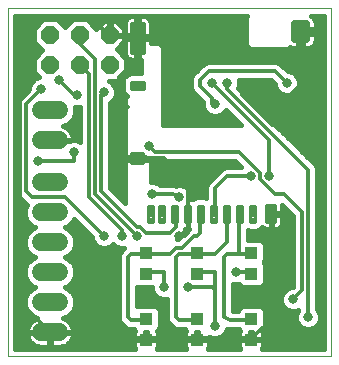
<source format=gbl>
G75*
%MOIN*%
%OFA0B0*%
%FSLAX24Y24*%
%IPPOS*%
%LPD*%
%AMOC8*
5,1,8,0,0,1.08239X$1,22.5*
%
%ADD10C,0.0000*%
%ADD11C,0.0600*%
%ADD12C,0.0154*%
%ADD13C,0.0189*%
%ADD14C,0.0094*%
%ADD15C,0.0142*%
%ADD16C,0.0110*%
%ADD17C,0.0118*%
%ADD18R,0.0425X0.0413*%
%ADD19OC8,0.0600*%
%ADD20C,0.0120*%
%ADD21C,0.0317*%
%ADD22C,0.0160*%
D10*
X000180Y000547D02*
X000180Y012143D01*
X010950Y012143D01*
X010950Y000547D01*
X000180Y000547D01*
D11*
X001280Y001347D02*
X001880Y001347D01*
X001880Y002347D02*
X001280Y002347D01*
X001280Y003347D02*
X001880Y003347D01*
X001880Y004347D02*
X001280Y004347D01*
X001280Y005347D02*
X001880Y005347D01*
X001880Y006347D02*
X001280Y006347D01*
X001280Y007747D02*
X001880Y007747D01*
X001880Y008747D02*
X001280Y008747D01*
D12*
X004322Y010692D02*
X004680Y010692D01*
X004322Y010692D02*
X004322Y011640D01*
X004680Y011640D01*
X004680Y010692D01*
X004680Y010845D02*
X004322Y010845D01*
X004322Y010998D02*
X004680Y010998D01*
X004680Y011151D02*
X004322Y011151D01*
X004322Y011304D02*
X004680Y011304D01*
X004680Y011457D02*
X004322Y011457D01*
X004322Y011610D02*
X004680Y011610D01*
D13*
X009713Y011093D02*
X010155Y011093D01*
X009713Y011093D02*
X009713Y011653D01*
X010155Y011653D01*
X010155Y011093D01*
X010155Y011281D02*
X009713Y011281D01*
X009713Y011469D02*
X010155Y011469D01*
D14*
X004710Y009472D02*
X004292Y009472D01*
X004292Y009692D01*
X004710Y009692D01*
X004710Y009472D01*
X004710Y009565D02*
X004292Y009565D01*
X004292Y009658D02*
X004710Y009658D01*
D15*
X004686Y006976D02*
X004316Y006976D01*
X004316Y007306D01*
X004686Y007306D01*
X004686Y006976D01*
X004686Y007117D02*
X004316Y007117D01*
X004316Y007258D02*
X004686Y007258D01*
D16*
X004851Y005030D02*
X005017Y005030D01*
X004851Y005030D02*
X004851Y005550D01*
X005017Y005550D01*
X005017Y005030D01*
X005017Y005139D02*
X004851Y005139D01*
X004851Y005248D02*
X005017Y005248D01*
X005017Y005357D02*
X004851Y005357D01*
X004851Y005466D02*
X005017Y005466D01*
X005225Y005030D02*
X005391Y005030D01*
X005225Y005030D02*
X005225Y005550D01*
X005391Y005550D01*
X005391Y005030D01*
X005391Y005139D02*
X005225Y005139D01*
X005225Y005248D02*
X005391Y005248D01*
X005391Y005357D02*
X005225Y005357D01*
X005225Y005466D02*
X005391Y005466D01*
X005658Y005030D02*
X005824Y005030D01*
X005658Y005030D02*
X005658Y005550D01*
X005824Y005550D01*
X005824Y005030D01*
X005824Y005139D02*
X005658Y005139D01*
X005658Y005248D02*
X005824Y005248D01*
X005824Y005357D02*
X005658Y005357D01*
X005658Y005466D02*
X005824Y005466D01*
X006091Y005030D02*
X006257Y005030D01*
X006091Y005030D02*
X006091Y005550D01*
X006257Y005550D01*
X006257Y005030D01*
X006257Y005139D02*
X006091Y005139D01*
X006091Y005248D02*
X006257Y005248D01*
X006257Y005357D02*
X006091Y005357D01*
X006091Y005466D02*
X006257Y005466D01*
X006525Y005030D02*
X006691Y005030D01*
X006525Y005030D02*
X006525Y005550D01*
X006691Y005550D01*
X006691Y005030D01*
X006691Y005139D02*
X006525Y005139D01*
X006525Y005248D02*
X006691Y005248D01*
X006691Y005357D02*
X006525Y005357D01*
X006525Y005466D02*
X006691Y005466D01*
X006958Y005030D02*
X007124Y005030D01*
X006958Y005030D02*
X006958Y005550D01*
X007124Y005550D01*
X007124Y005030D01*
X007124Y005139D02*
X006958Y005139D01*
X006958Y005248D02*
X007124Y005248D01*
X007124Y005357D02*
X006958Y005357D01*
X006958Y005466D02*
X007124Y005466D01*
X007391Y005030D02*
X007557Y005030D01*
X007391Y005030D02*
X007391Y005550D01*
X007557Y005550D01*
X007557Y005030D01*
X007557Y005139D02*
X007391Y005139D01*
X007391Y005248D02*
X007557Y005248D01*
X007557Y005357D02*
X007391Y005357D01*
X007391Y005466D02*
X007557Y005466D01*
X007824Y005030D02*
X007990Y005030D01*
X007824Y005030D02*
X007824Y005550D01*
X007990Y005550D01*
X007990Y005030D01*
X007990Y005139D02*
X007824Y005139D01*
X007824Y005248D02*
X007990Y005248D01*
X007990Y005357D02*
X007824Y005357D01*
X007824Y005466D02*
X007990Y005466D01*
X008257Y005030D02*
X008423Y005030D01*
X008257Y005030D02*
X008257Y005550D01*
X008423Y005550D01*
X008423Y005030D01*
X008423Y005139D02*
X008257Y005139D01*
X008257Y005248D02*
X008423Y005248D01*
X008423Y005357D02*
X008257Y005357D01*
X008257Y005466D02*
X008423Y005466D01*
D17*
X008812Y005034D02*
X009088Y005034D01*
X008812Y005034D02*
X008812Y005546D01*
X009088Y005546D01*
X009088Y005034D01*
X009088Y005151D02*
X008812Y005151D01*
X008812Y005268D02*
X009088Y005268D01*
X009088Y005385D02*
X008812Y005385D01*
X008812Y005502D02*
X009088Y005502D01*
D18*
X008280Y003992D03*
X008280Y003303D03*
X008280Y001792D03*
X008280Y001103D03*
X006480Y001103D03*
X006480Y001792D03*
X006480Y003303D03*
X006480Y003992D03*
X004780Y003992D03*
X004780Y003303D03*
X004780Y001792D03*
X004780Y001103D03*
D19*
X003580Y010247D03*
X003580Y011247D03*
X002580Y011247D03*
X002580Y010247D03*
X001580Y010247D03*
X001580Y011247D03*
D20*
X001280Y011747D02*
X002980Y011747D01*
X003580Y011247D01*
X004480Y011247D01*
X004501Y011166D01*
X004480Y011147D01*
X004480Y010447D01*
X003880Y009847D01*
X003880Y009147D01*
X004180Y008847D01*
X003980Y008847D01*
X003980Y007247D01*
X004080Y007147D01*
X004480Y007147D01*
X004501Y007141D01*
X004580Y007147D01*
X005380Y007147D01*
X005880Y006647D01*
X006080Y006847D01*
X005880Y006647D02*
X006180Y006347D01*
X006180Y005347D01*
X006174Y005290D01*
X006180Y005247D01*
X006180Y004647D01*
X006080Y004547D01*
X005880Y004547D01*
X005580Y004647D02*
X005780Y004847D01*
X005780Y005247D01*
X005741Y005290D01*
X005880Y005847D02*
X005680Y005947D01*
X004980Y005947D01*
X004580Y004847D02*
X004480Y004847D01*
X003280Y006047D01*
X003280Y009247D01*
X003380Y009347D01*
X002880Y009947D02*
X002580Y010247D01*
X002880Y009947D02*
X002880Y005847D01*
X003980Y004747D01*
X003980Y004547D01*
X004280Y003947D02*
X004180Y003847D01*
X004180Y001847D01*
X004280Y001747D01*
X004780Y001747D01*
X004780Y001792D01*
X004780Y001147D02*
X004780Y001103D01*
X004780Y001147D02*
X003880Y001147D01*
X003680Y001347D01*
X001580Y001347D01*
X000580Y002347D01*
X000580Y009047D01*
X000880Y009347D01*
X000880Y011247D01*
X001280Y011747D01*
X002580Y011247D02*
X002580Y010947D01*
X003080Y010447D01*
X003080Y005947D01*
X004480Y004547D01*
X004580Y004847D02*
X004780Y004647D01*
X005580Y004647D01*
X005780Y004147D02*
X005580Y003947D01*
X004780Y003947D01*
X004780Y003992D01*
X004780Y003947D02*
X004280Y003947D01*
X004780Y003347D02*
X004780Y003303D01*
X004780Y003347D02*
X005380Y003347D01*
X005380Y002847D01*
X005780Y001847D02*
X005880Y001747D01*
X006480Y001747D01*
X006480Y001792D01*
X006480Y001147D02*
X006480Y001103D01*
X006480Y001147D02*
X008280Y001147D01*
X008280Y001103D01*
X008280Y001147D02*
X008980Y001747D01*
X008980Y003647D01*
X009280Y003647D01*
X008980Y003647D02*
X008980Y005247D01*
X008950Y005290D01*
X009080Y005947D02*
X009380Y005947D01*
X009980Y005347D01*
X009980Y002747D01*
X009680Y002447D01*
X010180Y001847D02*
X010180Y006747D01*
X007480Y009447D01*
X007480Y009647D01*
X007980Y009647D02*
X007980Y009247D01*
X008780Y008447D01*
X008980Y008247D01*
X010180Y008247D01*
X008780Y008447D02*
X009980Y009647D01*
X009980Y011347D01*
X009934Y011373D01*
X009080Y010047D02*
X009480Y009647D01*
X009080Y010047D02*
X006880Y010047D01*
X006580Y009747D01*
X006580Y009547D01*
X006980Y009147D01*
X006980Y008947D01*
X007080Y008947D01*
X006980Y009647D02*
X008880Y007747D01*
X008880Y006547D01*
X008580Y006447D02*
X009080Y005947D01*
X008580Y006447D02*
X008580Y006647D01*
X007880Y007347D01*
X005080Y007347D01*
X004880Y007547D01*
X006608Y005290D02*
X006580Y005247D01*
X006580Y004647D01*
X006480Y004547D01*
X006380Y004547D01*
X005980Y004147D01*
X005780Y004147D01*
X005880Y003947D02*
X005780Y003847D01*
X005780Y001847D01*
X006180Y002847D02*
X006980Y002847D01*
X007080Y002747D01*
X007080Y003347D01*
X006480Y003347D01*
X006480Y003303D01*
X006480Y003947D02*
X006480Y003992D01*
X006480Y003947D02*
X005880Y003947D01*
X006480Y003947D02*
X007080Y003947D01*
X007480Y004347D01*
X007480Y005247D01*
X007474Y005290D01*
X007080Y005347D02*
X007041Y005290D01*
X007080Y005347D02*
X007080Y006147D01*
X007480Y006547D01*
X008280Y006547D01*
X007907Y005290D02*
X007880Y005247D01*
X007880Y003947D01*
X007480Y003947D01*
X007380Y003847D01*
X007380Y001847D01*
X007580Y001747D01*
X008280Y001747D01*
X008280Y001792D01*
X008280Y003303D02*
X008280Y003347D01*
X007780Y003347D01*
X007880Y003947D02*
X008280Y003947D01*
X008280Y003992D01*
X007080Y002747D02*
X007080Y001547D01*
X006480Y001147D02*
X004780Y001147D01*
X003380Y004547D02*
X002080Y005847D01*
X000980Y005847D01*
X000780Y006047D01*
X000780Y008947D01*
X001280Y009447D01*
X001880Y009747D02*
X002380Y009247D01*
X002480Y009247D01*
X002380Y007347D02*
X002380Y007047D01*
X001180Y007047D01*
D21*
X001180Y007047D03*
X002380Y007347D03*
X002480Y009247D03*
X001880Y009747D03*
X001280Y009447D03*
X003380Y009347D03*
X003980Y008847D03*
X004880Y007547D03*
X006080Y006847D03*
X005880Y005847D03*
X004980Y005947D03*
X004480Y004547D03*
X003980Y004547D03*
X003380Y004547D03*
X005380Y002847D03*
X006180Y002847D03*
X007080Y001547D03*
X007780Y003347D03*
X009280Y003647D03*
X009680Y002447D03*
X010180Y001847D03*
X008880Y006547D03*
X008280Y006547D03*
X007080Y008947D03*
X006980Y009647D03*
X007480Y009647D03*
X007980Y009647D03*
X009480Y009647D03*
X010180Y008247D03*
X005880Y004547D03*
D22*
X005867Y004510D02*
X005918Y004510D01*
X005856Y004447D02*
X005804Y004447D01*
X005834Y004477D01*
X006034Y004677D01*
X006080Y004787D01*
X006080Y004795D01*
X006174Y004795D01*
X006174Y005290D01*
X006174Y005290D01*
X006174Y004795D01*
X006204Y004795D01*
X005856Y004447D01*
X006025Y004668D02*
X006077Y004668D01*
X006174Y004827D02*
X006174Y004827D01*
X006174Y004985D02*
X006174Y004985D01*
X006174Y005144D02*
X006174Y005144D01*
X006331Y005774D02*
X006326Y005776D01*
X006280Y005785D01*
X006278Y005785D01*
X006278Y005926D01*
X006218Y006073D01*
X006106Y006185D01*
X005959Y006245D01*
X005801Y006245D01*
X005775Y006235D01*
X005761Y006242D01*
X005750Y006243D01*
X005740Y006247D01*
X005691Y006247D01*
X005642Y006250D01*
X005631Y006247D01*
X005243Y006247D01*
X005206Y006285D01*
X005059Y006345D01*
X004958Y006345D01*
X004958Y006893D01*
X004936Y006945D01*
X004937Y006951D01*
X004937Y007081D01*
X005020Y007047D01*
X007756Y007047D01*
X007956Y006847D01*
X007420Y006847D01*
X007310Y006801D01*
X006910Y006401D01*
X006826Y006317D01*
X006780Y006207D01*
X006780Y005832D01*
X006749Y005845D01*
X006466Y005845D01*
X006358Y005800D01*
X006331Y005774D01*
X006335Y005778D02*
X006319Y005778D01*
X006274Y005936D02*
X006780Y005936D01*
X006780Y006095D02*
X006196Y006095D01*
X006799Y006253D02*
X005237Y006253D01*
X004958Y006412D02*
X006920Y006412D01*
X007079Y006570D02*
X004958Y006570D01*
X004958Y006729D02*
X007237Y006729D01*
X007757Y007046D02*
X004937Y007046D01*
X004900Y007103D02*
X004539Y007103D01*
X004539Y007179D01*
X004728Y007179D01*
X004801Y007149D01*
X004854Y007149D01*
X004900Y007103D01*
X004958Y006887D02*
X007916Y006887D01*
X007956Y008247D02*
X005351Y008247D01*
X005351Y010811D01*
X005315Y010899D01*
X005247Y010966D01*
X005159Y011003D01*
X004937Y011003D01*
X004937Y011118D01*
X004549Y011118D01*
X004549Y010435D01*
X004596Y010435D01*
X004596Y009979D01*
X004235Y009979D01*
X004130Y009935D01*
X004049Y009855D01*
X004005Y009749D01*
X004005Y009414D01*
X004049Y009309D01*
X004130Y009228D01*
X004139Y009224D01*
X004121Y009206D01*
X004084Y009118D01*
X004084Y007401D01*
X004075Y007379D01*
X004065Y007331D01*
X004065Y007179D01*
X004463Y007179D01*
X004463Y007103D01*
X004065Y007103D01*
X004065Y006951D01*
X004075Y006902D01*
X004084Y006880D01*
X004084Y005667D01*
X003580Y006171D01*
X003580Y008999D01*
X003606Y009009D01*
X003718Y009121D01*
X003778Y009268D01*
X003778Y009426D01*
X003718Y009573D01*
X003606Y009685D01*
X003552Y009707D01*
X003804Y009707D01*
X004120Y010023D01*
X004120Y010471D01*
X003804Y010787D01*
X003799Y010787D01*
X004060Y011048D01*
X004060Y011227D01*
X003600Y011227D01*
X003600Y011267D01*
X004060Y011267D01*
X004060Y011446D01*
X003779Y011727D01*
X003600Y011727D01*
X003600Y011267D01*
X003560Y011267D01*
X003560Y011727D01*
X003381Y011727D01*
X003120Y011466D01*
X003120Y011471D01*
X002804Y011787D01*
X002356Y011787D01*
X002080Y011511D01*
X001804Y011787D01*
X001356Y011787D01*
X001040Y011471D01*
X001040Y011023D01*
X001316Y010747D01*
X001040Y010471D01*
X001040Y010023D01*
X001218Y009845D01*
X001201Y009845D01*
X001054Y009785D01*
X000942Y009673D01*
X000882Y009526D01*
X000882Y009473D01*
X000526Y009117D01*
X000480Y009007D01*
X000480Y005987D01*
X000526Y005877D01*
X000610Y005793D01*
X000801Y005602D01*
X000740Y005454D01*
X000740Y005240D01*
X000822Y005041D01*
X000974Y004889D01*
X001076Y004847D01*
X000974Y004805D01*
X000822Y004653D01*
X000740Y004454D01*
X000740Y004240D01*
X000822Y004041D01*
X000974Y003889D01*
X001076Y003847D01*
X000974Y003805D01*
X000822Y003653D01*
X000740Y003454D01*
X000740Y003240D01*
X000822Y003041D01*
X000974Y002889D01*
X001076Y002847D01*
X000974Y002805D01*
X000822Y002653D01*
X000740Y002454D01*
X000740Y002240D01*
X000822Y002041D01*
X000974Y001889D01*
X001159Y001813D01*
X001096Y001792D01*
X001028Y001758D01*
X000967Y001713D01*
X000914Y001660D01*
X000869Y001599D01*
X000835Y001531D01*
X000812Y001459D01*
X000800Y001385D01*
X000800Y001367D01*
X001560Y001367D01*
X001560Y001327D01*
X001600Y001327D01*
X001600Y000867D01*
X001918Y000867D01*
X001992Y000879D01*
X002064Y000902D01*
X002132Y000936D01*
X002193Y000981D01*
X002246Y001034D01*
X002291Y001095D01*
X002325Y001163D01*
X002348Y001235D01*
X002360Y001309D01*
X002360Y001327D01*
X001600Y001327D01*
X001600Y001367D01*
X002360Y001367D01*
X002360Y001385D01*
X002348Y001459D01*
X002325Y001531D01*
X002291Y001599D01*
X002246Y001660D01*
X002193Y001713D01*
X002132Y001758D01*
X002064Y001792D01*
X002001Y001813D01*
X002186Y001889D01*
X002338Y002041D01*
X002420Y002240D01*
X002420Y002454D01*
X002338Y002653D01*
X002186Y002805D01*
X002084Y002847D01*
X002186Y002889D01*
X002338Y003041D01*
X002420Y003240D01*
X002420Y003454D01*
X002338Y003653D01*
X002186Y003805D01*
X002084Y003847D01*
X002186Y003889D01*
X002338Y004041D01*
X002420Y004240D01*
X002420Y004454D01*
X002338Y004653D01*
X002186Y004805D01*
X002084Y004847D01*
X002186Y004889D01*
X002338Y005041D01*
X002374Y005129D01*
X002982Y004521D01*
X002982Y004468D01*
X003042Y004321D01*
X003154Y004209D01*
X003301Y004149D01*
X003459Y004149D01*
X003606Y004209D01*
X003680Y004284D01*
X003754Y004209D01*
X003901Y004149D01*
X004057Y004149D01*
X004026Y004117D01*
X003926Y004017D01*
X003880Y003907D01*
X003880Y001787D01*
X003926Y001677D01*
X004010Y001593D01*
X004110Y001493D01*
X004220Y001447D01*
X004366Y001447D01*
X004412Y001401D01*
X004400Y001379D01*
X004387Y001333D01*
X004387Y001126D01*
X004757Y001126D01*
X004757Y001345D01*
X004803Y001345D01*
X004803Y001126D01*
X004757Y001126D01*
X004757Y001079D01*
X004387Y001079D01*
X004387Y000872D01*
X004400Y000826D01*
X004422Y000787D01*
X000420Y000787D01*
X000420Y011903D01*
X008156Y011903D01*
X008136Y011883D01*
X008100Y011795D01*
X008100Y010971D01*
X008136Y010883D01*
X008204Y010815D01*
X008292Y010779D01*
X009451Y010779D01*
X009539Y010815D01*
X009578Y010854D01*
X009584Y010850D01*
X009634Y010830D01*
X009687Y010819D01*
X009857Y010819D01*
X009857Y011296D01*
X010012Y011296D01*
X010012Y011450D01*
X010429Y011450D01*
X010429Y011680D01*
X010419Y011733D01*
X010398Y011783D01*
X010368Y011828D01*
X010330Y011866D01*
X010285Y011896D01*
X010267Y011903D01*
X010710Y011903D01*
X010710Y000787D01*
X008638Y000787D01*
X008660Y000826D01*
X008673Y000872D01*
X008673Y001079D01*
X008303Y001079D01*
X008303Y001126D01*
X008257Y001126D01*
X008257Y001345D01*
X008303Y001345D01*
X008303Y001126D01*
X008673Y001126D01*
X008673Y001333D01*
X008660Y001379D01*
X008648Y001401D01*
X008696Y001449D01*
X008733Y001537D01*
X008733Y002046D01*
X008696Y002134D01*
X008629Y002202D01*
X008540Y002238D01*
X008020Y002238D01*
X007931Y002202D01*
X007864Y002134D01*
X007828Y002047D01*
X007680Y002047D01*
X007680Y002957D01*
X007701Y002949D01*
X007859Y002949D01*
X007871Y002953D01*
X007931Y002892D01*
X008020Y002856D01*
X008540Y002856D01*
X008629Y002892D01*
X008696Y002960D01*
X008733Y003048D01*
X008733Y003557D01*
X008696Y003645D01*
X008694Y003647D01*
X008696Y003649D01*
X008733Y003737D01*
X008733Y004246D01*
X008696Y004334D01*
X008629Y004402D01*
X008540Y004438D01*
X008180Y004438D01*
X008180Y004743D01*
X008198Y004735D01*
X008481Y004735D01*
X008590Y004780D01*
X008659Y004850D01*
X008660Y004849D01*
X008699Y004823D01*
X008743Y004805D01*
X008789Y004795D01*
X008932Y004795D01*
X008932Y005272D01*
X008969Y005272D01*
X008969Y005309D01*
X009327Y005309D01*
X009327Y005570D01*
X009325Y005577D01*
X009680Y005223D01*
X009680Y002871D01*
X009654Y002845D01*
X009601Y002845D01*
X009454Y002785D01*
X009342Y002673D01*
X009282Y002526D01*
X009282Y002368D01*
X009342Y002221D01*
X009454Y002109D01*
X009601Y002049D01*
X009759Y002049D01*
X009860Y002090D01*
X009842Y002073D01*
X009782Y001926D01*
X009782Y001768D01*
X009842Y001621D01*
X009954Y001509D01*
X010101Y001449D01*
X010259Y001449D01*
X010406Y001509D01*
X010518Y001621D01*
X010578Y001768D01*
X010578Y001926D01*
X010518Y002073D01*
X010480Y002110D01*
X010480Y006807D01*
X010434Y006917D01*
X007851Y009501D01*
X007878Y009568D01*
X007878Y009726D01*
X007870Y009747D01*
X008956Y009747D01*
X009082Y009621D01*
X009082Y009568D01*
X009142Y009421D01*
X009254Y009309D01*
X009401Y009249D01*
X009559Y009249D01*
X009706Y009309D01*
X009818Y009421D01*
X009878Y009568D01*
X009878Y009726D01*
X009818Y009873D01*
X009706Y009985D01*
X009559Y010045D01*
X009506Y010045D01*
X009250Y010301D01*
X009140Y010347D01*
X006820Y010347D01*
X006710Y010301D01*
X006626Y010217D01*
X006326Y009917D01*
X006280Y009807D01*
X006280Y009487D01*
X006326Y009377D01*
X006680Y009023D01*
X006680Y008887D01*
X006682Y008884D01*
X006682Y008868D01*
X006742Y008721D01*
X006854Y008609D01*
X007001Y008549D01*
X007159Y008549D01*
X007306Y008609D01*
X007418Y008721D01*
X007436Y008766D01*
X007956Y008247D01*
X007889Y008314D02*
X005351Y008314D01*
X005351Y008472D02*
X007731Y008472D01*
X007572Y008631D02*
X007327Y008631D01*
X006833Y008631D02*
X005351Y008631D01*
X005351Y008789D02*
X006714Y008789D01*
X006680Y008948D02*
X005351Y008948D01*
X005351Y009106D02*
X006597Y009106D01*
X006438Y009265D02*
X005351Y009265D01*
X005351Y009423D02*
X006307Y009423D01*
X006280Y009582D02*
X005351Y009582D01*
X005351Y009740D02*
X006280Y009740D01*
X006318Y009899D02*
X005351Y009899D01*
X005351Y010057D02*
X006466Y010057D01*
X006624Y010216D02*
X005351Y010216D01*
X005351Y010374D02*
X010710Y010374D01*
X010710Y010216D02*
X009336Y010216D01*
X009494Y010057D02*
X010710Y010057D01*
X010710Y009899D02*
X009792Y009899D01*
X009873Y009740D02*
X010710Y009740D01*
X010710Y009582D02*
X009878Y009582D01*
X009818Y009423D02*
X010710Y009423D01*
X010710Y009265D02*
X009598Y009265D01*
X009362Y009265D02*
X008087Y009265D01*
X007928Y009423D02*
X009142Y009423D01*
X009082Y009582D02*
X007878Y009582D01*
X007873Y009740D02*
X008963Y009740D01*
X008404Y008948D02*
X010710Y008948D01*
X010710Y009106D02*
X008245Y009106D01*
X008562Y008789D02*
X010710Y008789D01*
X010710Y008631D02*
X008721Y008631D01*
X008879Y008472D02*
X010710Y008472D01*
X010710Y008314D02*
X009038Y008314D01*
X009196Y008155D02*
X010710Y008155D01*
X010710Y007997D02*
X009355Y007997D01*
X009513Y007838D02*
X010710Y007838D01*
X010710Y007680D02*
X009672Y007680D01*
X009830Y007521D02*
X010710Y007521D01*
X010710Y007363D02*
X009989Y007363D01*
X010147Y007204D02*
X010710Y007204D01*
X010710Y007046D02*
X010306Y007046D01*
X010447Y006887D02*
X010710Y006887D01*
X010710Y006729D02*
X010480Y006729D01*
X010480Y006570D02*
X010710Y006570D01*
X010710Y006412D02*
X010480Y006412D01*
X010480Y006253D02*
X010710Y006253D01*
X010710Y006095D02*
X010480Y006095D01*
X010480Y005936D02*
X010710Y005936D01*
X010710Y005778D02*
X010480Y005778D01*
X010480Y005619D02*
X010710Y005619D01*
X010710Y005461D02*
X010480Y005461D01*
X010480Y005302D02*
X010710Y005302D01*
X010710Y005144D02*
X010480Y005144D01*
X010480Y004985D02*
X010710Y004985D01*
X010710Y004827D02*
X010480Y004827D01*
X010480Y004668D02*
X010710Y004668D01*
X010710Y004510D02*
X010480Y004510D01*
X010480Y004351D02*
X010710Y004351D01*
X010710Y004193D02*
X010480Y004193D01*
X010480Y004034D02*
X010710Y004034D01*
X010710Y003876D02*
X010480Y003876D01*
X010480Y003717D02*
X010710Y003717D01*
X010710Y003559D02*
X010480Y003559D01*
X010480Y003400D02*
X010710Y003400D01*
X010710Y003242D02*
X010480Y003242D01*
X010480Y003083D02*
X010710Y003083D01*
X010710Y002925D02*
X010480Y002925D01*
X010480Y002766D02*
X010710Y002766D01*
X010710Y002608D02*
X010480Y002608D01*
X010480Y002449D02*
X010710Y002449D01*
X010710Y002291D02*
X010480Y002291D01*
X010480Y002132D02*
X010710Y002132D01*
X010710Y001974D02*
X010559Y001974D01*
X010578Y001815D02*
X010710Y001815D01*
X010710Y001657D02*
X010532Y001657D01*
X010379Y001498D02*
X010710Y001498D01*
X010710Y001340D02*
X008671Y001340D01*
X008673Y001181D02*
X010710Y001181D01*
X010710Y001023D02*
X008673Y001023D01*
X008670Y000864D02*
X010710Y000864D01*
X009981Y001498D02*
X008716Y001498D01*
X008733Y001657D02*
X009828Y001657D01*
X009782Y001815D02*
X008733Y001815D01*
X008733Y001974D02*
X009801Y001974D01*
X009432Y002132D02*
X008697Y002132D01*
X008303Y001340D02*
X008257Y001340D01*
X008257Y001181D02*
X008303Y001181D01*
X008257Y001126D02*
X008257Y001079D01*
X007887Y001079D01*
X007887Y000872D01*
X007900Y000826D01*
X007922Y000787D01*
X006838Y000787D01*
X006860Y000826D01*
X006873Y000872D01*
X006873Y001079D01*
X006503Y001079D01*
X006503Y001126D01*
X006457Y001126D01*
X006457Y001345D01*
X006503Y001345D01*
X006503Y001126D01*
X006873Y001126D01*
X006873Y001202D01*
X007001Y001149D01*
X007159Y001149D01*
X007306Y001209D01*
X007418Y001321D01*
X007477Y001463D01*
X007499Y001452D01*
X007510Y001451D01*
X007520Y001447D01*
X007569Y001447D01*
X007618Y001444D01*
X007629Y001447D01*
X007866Y001447D01*
X007912Y001401D01*
X007900Y001379D01*
X007887Y001333D01*
X007887Y001126D01*
X008257Y001126D01*
X007887Y001181D02*
X007238Y001181D01*
X007425Y001340D02*
X007889Y001340D01*
X007887Y001023D02*
X006873Y001023D01*
X006873Y001181D02*
X006922Y001181D01*
X006870Y000864D02*
X007890Y000864D01*
X007863Y002132D02*
X007680Y002132D01*
X007680Y002291D02*
X009314Y002291D01*
X009282Y002449D02*
X007680Y002449D01*
X007680Y002608D02*
X009315Y002608D01*
X009436Y002766D02*
X007680Y002766D01*
X007680Y002925D02*
X007899Y002925D01*
X008661Y002925D02*
X009680Y002925D01*
X009680Y003083D02*
X008733Y003083D01*
X008733Y003242D02*
X009680Y003242D01*
X009680Y003400D02*
X008733Y003400D01*
X008732Y003559D02*
X009680Y003559D01*
X009680Y003717D02*
X008724Y003717D01*
X008733Y003876D02*
X009680Y003876D01*
X009680Y004034D02*
X008733Y004034D01*
X008733Y004193D02*
X009680Y004193D01*
X009680Y004351D02*
X008679Y004351D01*
X008693Y004827D02*
X008636Y004827D01*
X008932Y004827D02*
X008969Y004827D01*
X008969Y004795D02*
X009111Y004795D01*
X009158Y004805D01*
X009201Y004823D01*
X009240Y004849D01*
X009274Y004882D01*
X009300Y004921D01*
X009318Y004965D01*
X009327Y005011D01*
X009327Y005272D01*
X008969Y005272D01*
X008969Y004795D01*
X008969Y004985D02*
X008932Y004985D01*
X008932Y005144D02*
X008969Y005144D01*
X008969Y005302D02*
X009601Y005302D01*
X009680Y005144D02*
X009327Y005144D01*
X009322Y004985D02*
X009680Y004985D01*
X009680Y004827D02*
X009207Y004827D01*
X009680Y004668D02*
X008180Y004668D01*
X008180Y004510D02*
X009680Y004510D01*
X009442Y005461D02*
X009327Y005461D01*
X006503Y001340D02*
X006457Y001340D01*
X006457Y001181D02*
X006503Y001181D01*
X006457Y001126D02*
X006457Y001079D01*
X006087Y001079D01*
X006087Y000872D01*
X006100Y000826D01*
X006122Y000787D01*
X005138Y000787D01*
X005160Y000826D01*
X005173Y000872D01*
X005173Y001079D01*
X004803Y001079D01*
X004803Y001126D01*
X005173Y001126D01*
X005173Y001333D01*
X005160Y001379D01*
X005148Y001401D01*
X005196Y001449D01*
X005233Y001537D01*
X005233Y002046D01*
X005196Y002134D01*
X005129Y002202D01*
X005040Y002238D01*
X004520Y002238D01*
X004480Y002222D01*
X004480Y002872D01*
X004520Y002856D01*
X004982Y002856D01*
X004982Y002768D01*
X005042Y002621D01*
X005154Y002509D01*
X005301Y002449D01*
X005459Y002449D01*
X005480Y002457D01*
X005480Y001787D01*
X005526Y001677D01*
X005626Y001577D01*
X005710Y001493D01*
X005820Y001447D01*
X006066Y001447D01*
X006112Y001401D01*
X006100Y001379D01*
X006087Y001333D01*
X006087Y001126D01*
X006457Y001126D01*
X006087Y001181D02*
X005173Y001181D01*
X005173Y001023D02*
X006087Y001023D01*
X006090Y000864D02*
X005170Y000864D01*
X005171Y001340D02*
X006089Y001340D01*
X005705Y001498D02*
X005216Y001498D01*
X005233Y001657D02*
X005546Y001657D01*
X005480Y001815D02*
X005233Y001815D01*
X005233Y001974D02*
X005480Y001974D01*
X005480Y002132D02*
X005197Y002132D01*
X005480Y002291D02*
X004480Y002291D01*
X004480Y002449D02*
X005300Y002449D01*
X005460Y002449D02*
X005480Y002449D01*
X005056Y002608D02*
X004480Y002608D01*
X004480Y002766D02*
X004982Y002766D01*
X003946Y001657D02*
X002248Y001657D01*
X002336Y001498D02*
X004105Y001498D01*
X004010Y001593D02*
X004010Y001593D01*
X003880Y001815D02*
X002007Y001815D01*
X002270Y001974D02*
X003880Y001974D01*
X003880Y002132D02*
X002375Y002132D01*
X002420Y002291D02*
X003880Y002291D01*
X003880Y002449D02*
X002420Y002449D01*
X002357Y002608D02*
X003880Y002608D01*
X003880Y002766D02*
X002225Y002766D01*
X002221Y002925D02*
X003880Y002925D01*
X003880Y003083D02*
X002355Y003083D01*
X002420Y003242D02*
X003880Y003242D01*
X003880Y003400D02*
X002420Y003400D01*
X002377Y003559D02*
X003880Y003559D01*
X003880Y003717D02*
X002274Y003717D01*
X002153Y003876D02*
X003880Y003876D01*
X003943Y004034D02*
X002331Y004034D01*
X002400Y004193D02*
X003195Y004193D01*
X003030Y004351D02*
X002420Y004351D01*
X002397Y004510D02*
X002982Y004510D01*
X002835Y004668D02*
X002323Y004668D01*
X002133Y004827D02*
X002676Y004827D01*
X002518Y004985D02*
X002282Y004985D01*
X001027Y004827D02*
X000420Y004827D01*
X000420Y004985D02*
X000878Y004985D01*
X000780Y005144D02*
X000420Y005144D01*
X000420Y005302D02*
X000740Y005302D01*
X000743Y005461D02*
X000420Y005461D01*
X000420Y005619D02*
X000784Y005619D01*
X000625Y005778D02*
X000420Y005778D01*
X000420Y005936D02*
X000501Y005936D01*
X000480Y006095D02*
X000420Y006095D01*
X000420Y006253D02*
X000480Y006253D01*
X000480Y006412D02*
X000420Y006412D01*
X000420Y006570D02*
X000480Y006570D01*
X000480Y006729D02*
X000420Y006729D01*
X000420Y006887D02*
X000480Y006887D01*
X000480Y007046D02*
X000420Y007046D01*
X000420Y007204D02*
X000480Y007204D01*
X000480Y007363D02*
X000420Y007363D01*
X000420Y007521D02*
X000480Y007521D01*
X000480Y007680D02*
X000420Y007680D01*
X000420Y007838D02*
X000480Y007838D01*
X000480Y007997D02*
X000420Y007997D01*
X000420Y008155D02*
X000480Y008155D01*
X000480Y008314D02*
X000420Y008314D01*
X000420Y008472D02*
X000480Y008472D01*
X000480Y008631D02*
X000420Y008631D01*
X000420Y008789D02*
X000480Y008789D01*
X000480Y008948D02*
X000420Y008948D01*
X000420Y009106D02*
X000521Y009106D01*
X000420Y009265D02*
X000673Y009265D01*
X000832Y009423D02*
X000420Y009423D01*
X000420Y009582D02*
X000904Y009582D01*
X001010Y009740D02*
X000420Y009740D01*
X000420Y009899D02*
X001165Y009899D01*
X001040Y010057D02*
X000420Y010057D01*
X000420Y010216D02*
X001040Y010216D01*
X001040Y010374D02*
X000420Y010374D01*
X000420Y010533D02*
X001102Y010533D01*
X001260Y010691D02*
X000420Y010691D01*
X000420Y010850D02*
X001214Y010850D01*
X001055Y011008D02*
X000420Y011008D01*
X000420Y011167D02*
X001040Y011167D01*
X001040Y011325D02*
X000420Y011325D01*
X000420Y011484D02*
X001053Y011484D01*
X001211Y011642D02*
X000420Y011642D01*
X000420Y011801D02*
X004120Y011801D01*
X004123Y011804D02*
X004095Y011762D01*
X004075Y011716D01*
X004065Y011666D01*
X004065Y011214D01*
X004453Y011214D01*
X004453Y011118D01*
X004549Y011118D01*
X004549Y011214D01*
X004937Y011214D01*
X004937Y011666D01*
X004927Y011716D01*
X004908Y011762D01*
X004880Y011804D01*
X004844Y011840D01*
X004802Y011868D01*
X004755Y011888D01*
X004706Y011897D01*
X004549Y011897D01*
X004549Y011214D01*
X004453Y011214D01*
X004453Y011897D01*
X004297Y011897D01*
X004247Y011888D01*
X004200Y011868D01*
X004158Y011840D01*
X004123Y011804D01*
X004065Y011642D02*
X003864Y011642D01*
X004022Y011484D02*
X004065Y011484D01*
X004060Y011325D02*
X004065Y011325D01*
X004060Y011167D02*
X004453Y011167D01*
X004453Y011118D02*
X004065Y011118D01*
X004065Y010667D01*
X004075Y010617D01*
X004095Y010570D01*
X004123Y010528D01*
X004158Y010492D01*
X004200Y010464D01*
X004247Y010445D01*
X004297Y010435D01*
X004453Y010435D01*
X004453Y011118D01*
X004549Y011167D02*
X008100Y011167D01*
X008100Y011325D02*
X004937Y011325D01*
X004937Y011484D02*
X008100Y011484D01*
X008100Y011642D02*
X004937Y011642D01*
X004882Y011801D02*
X008102Y011801D01*
X008100Y011008D02*
X004937Y011008D01*
X005335Y010850D02*
X008170Y010850D01*
X009573Y010850D02*
X009586Y010850D01*
X009857Y010850D02*
X010012Y010850D01*
X010012Y010819D02*
X010182Y010819D01*
X010235Y010830D01*
X010285Y010850D01*
X010330Y010880D01*
X010368Y010918D01*
X010398Y010963D01*
X010419Y011013D01*
X010429Y011066D01*
X010429Y011296D01*
X010012Y011296D01*
X010012Y010819D01*
X010012Y011008D02*
X009857Y011008D01*
X009857Y011167D02*
X010012Y011167D01*
X010012Y011325D02*
X010710Y011325D01*
X010710Y011167D02*
X010429Y011167D01*
X010417Y011008D02*
X010710Y011008D01*
X010710Y010850D02*
X010283Y010850D01*
X010710Y010691D02*
X005351Y010691D01*
X005351Y010533D02*
X010710Y010533D01*
X010710Y011484D02*
X010429Y011484D01*
X010429Y011642D02*
X010710Y011642D01*
X010710Y011801D02*
X010386Y011801D01*
X004596Y010374D02*
X004120Y010374D01*
X004120Y010216D02*
X004596Y010216D01*
X004596Y010057D02*
X004120Y010057D01*
X004093Y009899D02*
X003995Y009899D01*
X004005Y009740D02*
X003837Y009740D01*
X003709Y009582D02*
X004005Y009582D01*
X004005Y009423D02*
X003778Y009423D01*
X003777Y009265D02*
X004093Y009265D01*
X004084Y009106D02*
X003702Y009106D01*
X003580Y008948D02*
X004084Y008948D01*
X004084Y008789D02*
X003580Y008789D01*
X003580Y008631D02*
X004084Y008631D01*
X004084Y008472D02*
X003580Y008472D01*
X003580Y008314D02*
X004084Y008314D01*
X004084Y008155D02*
X003580Y008155D01*
X003580Y007997D02*
X004084Y007997D01*
X004084Y007838D02*
X003580Y007838D01*
X003580Y007680D02*
X004084Y007680D01*
X004084Y007521D02*
X003580Y007521D01*
X003580Y007363D02*
X004072Y007363D01*
X004065Y007204D02*
X003580Y007204D01*
X003580Y007046D02*
X004065Y007046D01*
X004081Y006887D02*
X003580Y006887D01*
X003580Y006729D02*
X004084Y006729D01*
X004084Y006570D02*
X003580Y006570D01*
X003580Y006412D02*
X004084Y006412D01*
X004084Y006253D02*
X003580Y006253D01*
X003657Y006095D02*
X004084Y006095D01*
X004084Y005936D02*
X003815Y005936D01*
X003974Y005778D02*
X004084Y005778D01*
X003795Y004193D02*
X003565Y004193D01*
X004389Y001340D02*
X001600Y001340D01*
X001560Y001340D02*
X000420Y001340D01*
X000420Y001498D02*
X000824Y001498D01*
X000800Y001327D02*
X000800Y001309D01*
X000812Y001235D01*
X000835Y001163D01*
X000869Y001095D01*
X000914Y001034D01*
X000967Y000981D01*
X001028Y000936D01*
X001096Y000902D01*
X001168Y000879D01*
X001242Y000867D01*
X001560Y000867D01*
X001560Y001327D01*
X000800Y001327D01*
X000829Y001181D02*
X000420Y001181D01*
X000420Y001023D02*
X000926Y001023D01*
X000912Y001657D02*
X000420Y001657D01*
X000420Y001815D02*
X001153Y001815D01*
X000890Y001974D02*
X000420Y001974D01*
X000420Y002132D02*
X000785Y002132D01*
X000740Y002291D02*
X000420Y002291D01*
X000420Y002449D02*
X000740Y002449D01*
X000803Y002608D02*
X000420Y002608D01*
X000420Y002766D02*
X000935Y002766D01*
X000939Y002925D02*
X000420Y002925D01*
X000420Y003083D02*
X000805Y003083D01*
X000740Y003242D02*
X000420Y003242D01*
X000420Y003400D02*
X000740Y003400D01*
X000783Y003559D02*
X000420Y003559D01*
X000420Y003717D02*
X000886Y003717D01*
X001007Y003876D02*
X000420Y003876D01*
X000420Y004034D02*
X000829Y004034D01*
X000760Y004193D02*
X000420Y004193D01*
X000420Y004351D02*
X000740Y004351D01*
X000763Y004510D02*
X000420Y004510D01*
X000420Y004668D02*
X000837Y004668D01*
X001600Y007727D02*
X001600Y007767D01*
X002360Y007767D01*
X002360Y007785D01*
X002348Y007859D01*
X002325Y007931D01*
X002291Y007999D01*
X002246Y008060D01*
X002193Y008113D01*
X002132Y008158D01*
X002064Y008192D01*
X002001Y008213D01*
X002186Y008289D01*
X002338Y008441D01*
X002420Y008640D01*
X002420Y008849D01*
X002559Y008849D01*
X002580Y008857D01*
X002580Y007695D01*
X002459Y007745D01*
X002301Y007745D01*
X002256Y007727D01*
X001600Y007727D01*
X002135Y008155D02*
X002580Y008155D01*
X002580Y007997D02*
X002292Y007997D01*
X002352Y007838D02*
X002580Y007838D01*
X002580Y008314D02*
X002210Y008314D01*
X002351Y008472D02*
X002580Y008472D01*
X002580Y008631D02*
X002416Y008631D01*
X002420Y008789D02*
X002580Y008789D01*
X003900Y010691D02*
X004065Y010691D01*
X004065Y010850D02*
X003861Y010850D01*
X004020Y011008D02*
X004065Y011008D01*
X004453Y011008D02*
X004549Y011008D01*
X004549Y010850D02*
X004453Y010850D01*
X004453Y010691D02*
X004549Y010691D01*
X004549Y010533D02*
X004453Y010533D01*
X004120Y010533D02*
X004058Y010533D01*
X004453Y011325D02*
X004549Y011325D01*
X004549Y011484D02*
X004453Y011484D01*
X004453Y011642D02*
X004549Y011642D01*
X004549Y011801D02*
X004453Y011801D01*
X003600Y011642D02*
X003560Y011642D01*
X003560Y011484D02*
X003600Y011484D01*
X003600Y011325D02*
X003560Y011325D01*
X003296Y011642D02*
X002949Y011642D01*
X003107Y011484D02*
X003138Y011484D01*
X002211Y011642D02*
X001949Y011642D01*
X004757Y001340D02*
X004803Y001340D01*
X004803Y001181D02*
X004757Y001181D01*
X004387Y001181D02*
X002331Y001181D01*
X002234Y001023D02*
X004387Y001023D01*
X004390Y000864D02*
X000420Y000864D01*
X001560Y001023D02*
X001600Y001023D01*
X001600Y001181D02*
X001560Y001181D01*
M02*

</source>
